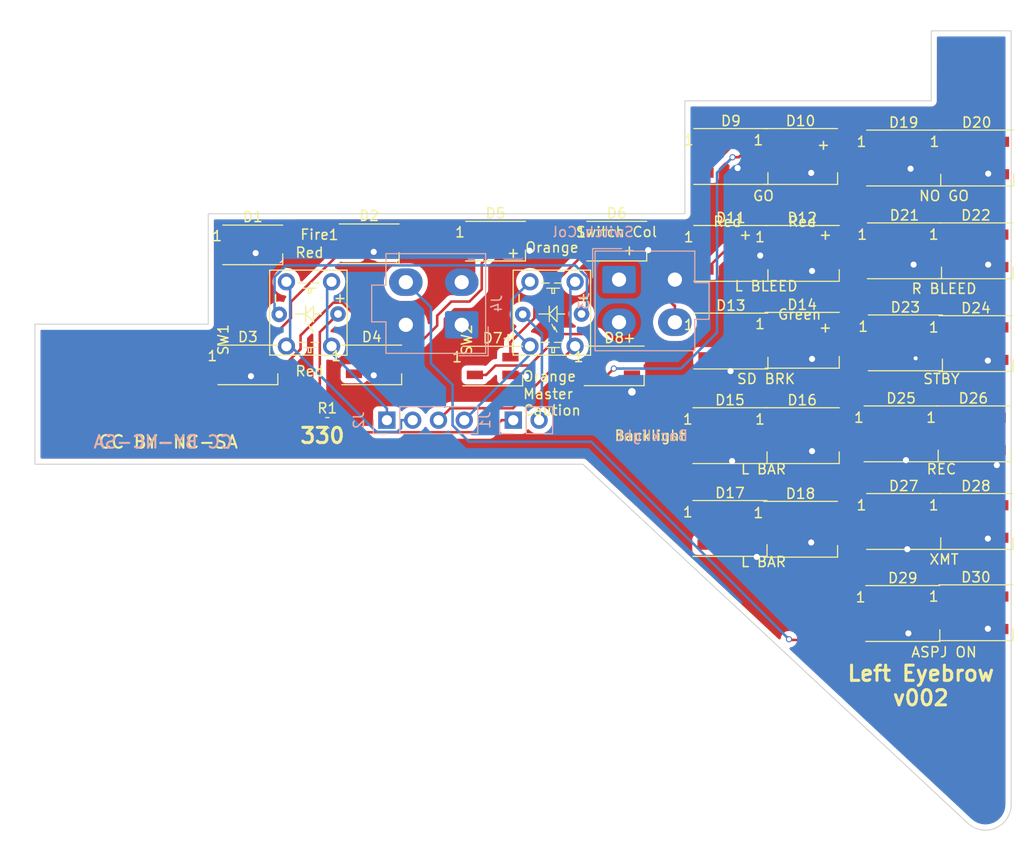
<source format=kicad_pcb>
(kicad_pcb (version 20171130) (host pcbnew "(5.1.6)-1")
  (title_block (title "ABSIS NANO GENERAL I/O") (date 2017-12-26) (rev -) (company "F/A-18C SIMPIT") (comment 1 "JOHN STEENSEN"))
  (layers (0 F.Cu signal) (31 B.Cu signal) (34 B.Paste user) (35 F.Paste user) (36 B.SilkS user) (37 F.SilkS user) (38 B.Mask user) (39 F.Mask user) (44 Edge.Cuts user))
  (net 0 "")
  (net 1 "Net-(J1-Pad2)")
  (net 2 "Net-(J1-Pad1)")
  (net 3 "Net-(R1-Pad2)")
  (net 4 "Net-(SW1-Pad6)")
  (net 5 /+5V)
  (net 6 "Net-(D1-Pad2)")
  (net 7 /DATAIN)
  (net 8 /LEDGND)
  (net 9 "Net-(D2-Pad2)")
  (net 10 "Net-(D3-Pad2)")
  (net 11 "Net-(D4-Pad2)")
  (net 12 "Net-(D5-Pad2)")
  (net 13 "Net-(D6-Pad2)")
  (net 14 "Net-(D7-Pad2)")
  (net 15 "Net-(D8-Pad2)")
  (net 16 "Net-(D10-Pad4)")
  (net 17 "Net-(D10-Pad2)")
  (net 18 "Net-(D11-Pad2)")
  (net 19 "Net-(D12-Pad2)")
  (net 20 "Net-(D13-Pad2)")
  (net 21 "Net-(D14-Pad2)")
  (net 22 "Net-(D15-Pad2)")
  (net 23 "Net-(D16-Pad2)")
  (net 24 "Net-(D17-Pad2)")
  (net 25 "Net-(D18-Pad2)")
  (net 26 "Net-(D19-Pad2)")
  (net 27 "Net-(D20-Pad2)")
  (net 28 "Net-(D21-Pad2)")
  (net 29 "Net-(D22-Pad2)")
  (net 30 "Net-(D23-Pad2)")
  (net 31 "Net-(D24-Pad2)")
  (net 32 "Net-(D25-Pad2)")
  (net 33 "Net-(D26-Pad2)")
  (net 34 "Net-(D27-Pad2)")
  (net 35 "Net-(D28-Pad2)")
  (net 36 "Net-(D29-Pad2)")
  (net 37 /DATAOUT)
  (net 38 "Net-(J2-Pad4)")
  (net 39 "Net-(J2-Pad3)")
  (net 40 "Net-(J2-Pad2)")
  (net 41 "Net-(J2-Pad1)")
  (module LED_SMD:LED_SK6812MINI_PLCC4_3.5x3.5mm_P1.75mm (layer F.Cu) (at 97.972 59.874)
    (fp_text reference D8 (at 0 -2.75) (layer F.SilkS))
    (fp_text value WS2812B)
    (fp_text user 1 (at -3.5 -0.875) (layer F.SilkS))
    (pad 1 smd rect (at -1.75 -0.875) (size 1.6 0.85) (layers F.Cu F.Paste F.Mask) (net 5 /+5V))
    (pad 2 smd rect (at -1.75 0.875) (size 1.6 0.85) (layers F.Cu F.Paste F.Mask) (net 15 "Net-(D8-Pad2)"))
    (pad 4 smd rect (at 1.75 -0.875) (size 1.6 0.85) (layers F.Cu F.Paste F.Mask) (net 14 "Net-(D7-Pad2)"))
    (pad 3 smd rect (at 1.75 0.875) (size 1.6 0.85) (layers F.Cu F.Paste F.Mask) (net 8 /LEDGND))
  )
  (module LED_SMD:LED_SK6812MINI_PLCC4_3.5x3.5mm_P1.75mm (layer F.Cu) (at 86.006 59.89)
    (fp_text reference D7 (at 0 -2.75) (layer F.SilkS))
    (fp_text value WS2812B)
    (fp_text user 1 (at -3.5 -0.875) (layer F.SilkS))
    (pad 1 smd rect (at -1.75 -0.875) (size 1.6 0.85) (layers F.Cu F.Paste F.Mask) (net 5 /+5V))
    (pad 2 smd rect (at -1.75 0.875) (size 1.6 0.85) (layers F.Cu F.Paste F.Mask) (net 14 "Net-(D7-Pad2)"))
    (pad 4 smd rect (at 1.75 -0.875) (size 1.6 0.85) (layers F.Cu F.Paste F.Mask) (net 13 "Net-(D6-Pad2)"))
    (pad 3 smd rect (at 1.75 0.875) (size 1.6 0.85) (layers F.Cu F.Paste F.Mask) (net 8 /LEDGND))
  )
  (module LED_SMD:LED_SK6812MINI_PLCC4_3.5x3.5mm_P1.75mm (layer F.Cu) (at 98.226 47.585)
    (fp_text reference D6 (at 0 -2.75) (layer F.SilkS))
    (fp_text value WS2812B)
    (fp_text user 1 (at -3.5 -0.875) (layer F.SilkS))
    (pad 1 smd rect (at -1.75 -0.875) (size 1.6 0.85) (layers F.Cu F.Paste F.Mask) (net 5 /+5V))
    (pad 2 smd rect (at -1.75 0.875) (size 1.6 0.85) (layers F.Cu F.Paste F.Mask) (net 13 "Net-(D6-Pad2)"))
    (pad 4 smd rect (at 1.75 -0.875) (size 1.6 0.85) (layers F.Cu F.Paste F.Mask) (net 12 "Net-(D5-Pad2)"))
    (pad 3 smd rect (at 1.75 0.875) (size 1.6 0.85) (layers F.Cu F.Paste F.Mask) (net 8 /LEDGND))
  )
  (module LED_SMD:LED_SK6812MINI_PLCC4_3.5x3.5mm_P1.75mm (layer F.Cu) (at 86.288 47.585)
    (fp_text reference D5 (at 0 -2.75) (layer F.SilkS))
    (fp_text value WS2812B)
    (fp_text user 1 (at -3.5 -0.875) (layer F.SilkS))
    (pad 1 smd rect (at -1.75 -0.875) (size 1.6 0.85) (layers F.Cu F.Paste F.Mask) (net 5 /+5V))
    (pad 2 smd rect (at -1.75 0.875) (size 1.6 0.85) (layers F.Cu F.Paste F.Mask) (net 12 "Net-(D5-Pad2)"))
    (pad 4 smd rect (at 1.75 -0.875) (size 1.6 0.85) (layers F.Cu F.Paste F.Mask) (net 11 "Net-(D4-Pad2)"))
    (pad 3 smd rect (at 1.75 0.875) (size 1.6 0.85) (layers F.Cu F.Paste F.Mask) (net 8 /LEDGND))
  )
  (module LED_SMD:LED_SK6812MINI_PLCC4_3.5x3.5mm_P1.75mm (layer F.Cu) (at 74.096 59.777)
    (fp_text reference D4 (at 0 -2.75) (layer F.SilkS))
    (fp_text value WS2812B)
    (fp_text user 1 (at -3.5 -0.875) (layer F.SilkS))
    (pad 1 smd rect (at -1.75 -0.875) (size 1.6 0.85) (layers F.Cu F.Paste F.Mask) (net 5 /+5V))
    (pad 2 smd rect (at -1.75 0.875) (size 1.6 0.85) (layers F.Cu F.Paste F.Mask) (net 11 "Net-(D4-Pad2)"))
    (pad 4 smd rect (at 1.75 -0.875) (size 1.6 0.85) (layers F.Cu F.Paste F.Mask) (net 10 "Net-(D3-Pad2)"))
    (pad 3 smd rect (at 1.75 0.875) (size 1.6 0.85) (layers F.Cu F.Paste F.Mask) (net 8 /LEDGND))
  )
  (module LED_SMD:LED_SK6812MINI_PLCC4_3.5x3.5mm_P1.75mm (layer F.Cu) (at 61.904 59.777)
    (fp_text reference D3 (at 0 -2.75) (layer F.SilkS))
    (fp_text value WS2812B)
    (fp_text user 1 (at -3.5 -0.875) (layer F.SilkS))
    (pad 1 smd rect (at -1.75 -0.875) (size 1.6 0.85) (layers F.Cu F.Paste F.Mask) (net 5 /+5V))
    (pad 2 smd rect (at -1.75 0.875) (size 1.6 0.85) (layers F.Cu F.Paste F.Mask) (net 10 "Net-(D3-Pad2)"))
    (pad 4 smd rect (at 1.75 -0.875) (size 1.6 0.85) (layers F.Cu F.Paste F.Mask) (net 9 "Net-(D2-Pad2)"))
    (pad 3 smd rect (at 1.75 0.875) (size 1.6 0.85) (layers F.Cu F.Paste F.Mask) (net 8 /LEDGND))
  )
  (module LED_SMD:LED_SK6812MINI_PLCC4_3.5x3.5mm_P1.75mm (layer F.Cu) (at 73.842 47.839)
    (fp_text reference D2 (at 0 -2.75) (layer F.SilkS))
    (fp_text value WS2812B)
    (fp_text user 1 (at -3.5 -0.875) (layer F.SilkS))
    (pad 1 smd rect (at -1.75 -0.875) (size 1.6 0.85) (layers F.Cu F.Paste F.Mask) (net 5 /+5V))
    (pad 2 smd rect (at -1.75 0.875) (size 1.6 0.85) (layers F.Cu F.Paste F.Mask) (net 9 "Net-(D2-Pad2)"))
    (pad 4 smd rect (at 1.75 -0.875) (size 1.6 0.85) (layers F.Cu F.Paste F.Mask) (net 6 "Net-(D1-Pad2)"))
    (pad 3 smd rect (at 1.75 0.875) (size 1.6 0.85) (layers F.Cu F.Paste F.Mask) (net 8 /LEDGND))
  )
  (module LED_SMD:LED_SK6812MINI_PLCC4_3.5x3.5mm_P1.75mm (layer F.Cu) (at 62.384 47.952)
    (fp_text reference D1 (at 0 -2.75) (layer F.SilkS))
    (fp_text value WS2812B)
    (fp_text user 1 (at -3.5 -0.875) (layer F.SilkS))
    (pad 1 smd rect (at -1.75 -0.875) (size 1.6 0.85) (layers F.Cu F.Paste F.Mask) (net 5 /+5V))
    (pad 2 smd rect (at -1.75 0.875) (size 1.6 0.85) (layers F.Cu F.Paste F.Mask) (net 6 "Net-(D1-Pad2)"))
    (pad 4 smd rect (at 1.75 -0.875) (size 1.6 0.85) (layers F.Cu F.Paste F.Mask) (net 7 /DATAIN))
    (pad 3 smd rect (at 1.75 0.875) (size 1.6 0.85) (layers F.Cu F.Paste F.Mask) (net 8 /LEDGND))
  )
  (module Resistor_SMD:R_0603_1608Metric (layer F.Cu) (at 69.7245 65.478)
    (fp_text reference R1 (at 0 -1.43) (layer F.SilkS))
    (fp_text value 330)
    (pad 2 smd roundrect (at 0.7875 0) (size 0.875 0.95) (layers F.Cu F.Paste F.Mask) (net 3 "Net-(R1-Pad2)"))
    (pad 1 smd roundrect (at -0.7875 0) (size 0.875 0.95) (layers F.Cu F.Paste F.Mask) (net 2 "Net-(J1-Pad1)"))
  )
  (module Connector_PinSocket_2.54mm:PinSocket_1x04_P2.54mm_Vertical (layer B.Cu) (at 75.592 65.224 270)
    (fp_text reference J2 (at 0 2.77 270) (layer B.SilkS) (effects (justify mirror)))
    (fp_text value Conn_01x04_Female)
    (pad 4 thru_hole oval (at 0 -7.62 270) (size 1.7 1.7) (drill 1) (layers *.Cu *.Mask) (net 38 "Net-(J2-Pad4)"))
    (pad 3 thru_hole oval (at 0 -5.08 270) (size 1.7 1.7) (drill 1) (layers *.Cu *.Mask) (net 39 "Net-(J2-Pad3)"))
    (pad 2 thru_hole oval (at 0 -2.54 270) (size 1.7 1.7) (drill 1) (layers *.Cu *.Mask) (net 40 "Net-(J2-Pad2)"))
    (pad 1 thru_hole rect (at 0 0 270) (size 1.7 1.7) (drill 1) (layers *.Cu *.Mask) (net 41 "Net-(J2-Pad1)"))
  )
  (module LED_SMD:LED_WS2812B_PLCC4_5.0x5.0mm_P3.2mm (layer F.Cu) (at 133.594 84.198)
    (fp_text reference D30 (at 0 -3.5) (layer F.SilkS))
    (fp_text value WS2812B)
    (fp_text user 1 (at -4.15 -1.6) (layer F.SilkS))
    (pad 1 smd rect (at -2.45 -1.6) (size 1.5 1) (layers F.Cu F.Paste F.Mask) (net 5 /+5V))
    (pad 2 smd rect (at -2.45 1.6) (size 1.5 1) (layers F.Cu F.Paste F.Mask) (net 37 /DATAOUT))
    (pad 4 smd rect (at 2.45 -1.6) (size 1.5 1) (layers F.Cu F.Paste F.Mask) (net 36 "Net-(D29-Pad2)"))
    (pad 3 smd rect (at 2.45 1.6) (size 1.5 1) (layers F.Cu F.Paste F.Mask) (net 8 /LEDGND))
  )
  (module LED_SMD:LED_WS2812B_PLCC4_5.0x5.0mm_P3.2mm (layer F.Cu) (at 126.392 84.274)
    (fp_text reference D29 (at 0 -3.5) (layer F.SilkS))
    (fp_text value WS2812B)
    (fp_text user 1 (at -4.15 -1.6) (layer F.SilkS))
    (pad 1 smd rect (at -2.45 -1.6) (size 1.5 1) (layers F.Cu F.Paste F.Mask) (net 5 /+5V))
    (pad 2 smd rect (at -2.45 1.6) (size 1.5 1) (layers F.Cu F.Paste F.Mask) (net 36 "Net-(D29-Pad2)"))
    (pad 4 smd rect (at 2.45 -1.6) (size 1.5 1) (layers F.Cu F.Paste F.Mask) (net 35 "Net-(D28-Pad2)"))
    (pad 3 smd rect (at 2.45 1.6) (size 1.5 1) (layers F.Cu F.Paste F.Mask) (net 8 /LEDGND))
  )
  (module LED_SMD:LED_WS2812B_PLCC4_5.0x5.0mm_P3.2mm (layer F.Cu) (at 133.594 75.206)
    (fp_text reference D28 (at 0 -3.5) (layer F.SilkS))
    (fp_text value WS2812B)
    (fp_text user 1 (at -4.15 -1.6) (layer F.SilkS))
    (pad 1 smd rect (at -2.45 -1.6) (size 1.5 1) (layers F.Cu F.Paste F.Mask) (net 5 /+5V))
    (pad 2 smd rect (at -2.45 1.6) (size 1.5 1) (layers F.Cu F.Paste F.Mask) (net 35 "Net-(D28-Pad2)"))
    (pad 4 smd rect (at 2.45 -1.6) (size 1.5 1) (layers F.Cu F.Paste F.Mask) (net 34 "Net-(D27-Pad2)"))
    (pad 3 smd rect (at 2.45 1.6) (size 1.5 1) (layers F.Cu F.Paste F.Mask) (net 8 /LEDGND))
  )
  (module LED_SMD:LED_WS2812B_PLCC4_5.0x5.0mm_P3.2mm (layer F.Cu) (at 126.482 75.206)
    (fp_text reference D27 (at 0 -3.5) (layer F.SilkS))
    (fp_text value WS2812B)
    (fp_text user 1 (at -4.15 -1.6) (layer F.SilkS))
    (pad 1 smd rect (at -2.45 -1.6) (size 1.5 1) (layers F.Cu F.Paste F.Mask) (net 5 /+5V))
    (pad 2 smd rect (at -2.45 1.6) (size 1.5 1) (layers F.Cu F.Paste F.Mask) (net 34 "Net-(D27-Pad2)"))
    (pad 4 smd rect (at 2.45 -1.6) (size 1.5 1) (layers F.Cu F.Paste F.Mask) (net 33 "Net-(D26-Pad2)"))
    (pad 3 smd rect (at 2.45 1.6) (size 1.5 1) (layers F.Cu F.Paste F.Mask) (net 8 /LEDGND))
  )
  (module LED_SMD:LED_WS2812B_PLCC4_5.0x5.0mm_P3.2mm (layer F.Cu) (at 133.34 66.57)
    (fp_text reference D26 (at 0 -3.5) (layer F.SilkS))
    (fp_text value WS2812B)
    (fp_text user 1 (at -4.15 -1.6) (layer F.SilkS))
    (pad 1 smd rect (at -2.45 -1.6) (size 1.5 1) (layers F.Cu F.Paste F.Mask) (net 5 /+5V))
    (pad 2 smd rect (at -2.45 1.6) (size 1.5 1) (layers F.Cu F.Paste F.Mask) (net 33 "Net-(D26-Pad2)"))
    (pad 4 smd rect (at 2.45 -1.6) (size 1.5 1) (layers F.Cu F.Paste F.Mask) (net 32 "Net-(D25-Pad2)"))
    (pad 3 smd rect (at 2.45 1.6) (size 1.5 1) (layers F.Cu F.Paste F.Mask) (net 8 /LEDGND))
  )
  (module LED_SMD:LED_WS2812B_PLCC4_5.0x5.0mm_P3.2mm (layer F.Cu) (at 126.228 66.57)
    (fp_text reference D25 (at 0 -3.5) (layer F.SilkS))
    (fp_text value WS2812B)
    (fp_text user 1 (at -4.15 -1.6) (layer F.SilkS))
    (pad 1 smd rect (at -2.45 -1.6) (size 1.5 1) (layers F.Cu F.Paste F.Mask) (net 5 /+5V))
    (pad 2 smd rect (at -2.45 1.6) (size 1.5 1) (layers F.Cu F.Paste F.Mask) (net 32 "Net-(D25-Pad2)"))
    (pad 4 smd rect (at 2.45 -1.6) (size 1.5 1) (layers F.Cu F.Paste F.Mask) (net 31 "Net-(D24-Pad2)"))
    (pad 3 smd rect (at 2.45 1.6) (size 1.5 1) (layers F.Cu F.Paste F.Mask) (net 8 /LEDGND))
  )
  (module LED_SMD:LED_WS2812B_PLCC4_5.0x5.0mm_P3.2mm (layer F.Cu) (at 133.594 57.68)
    (fp_text reference D24 (at 0 -3.5) (layer F.SilkS))
    (fp_text value WS2812B)
    (fp_text user 1 (at -4.15 -1.6) (layer F.SilkS))
    (pad 1 smd rect (at -2.45 -1.6) (size 1.5 1) (layers F.Cu F.Paste F.Mask) (net 5 /+5V))
    (pad 2 smd rect (at -2.45 1.6) (size 1.5 1) (layers F.Cu F.Paste F.Mask) (net 31 "Net-(D24-Pad2)"))
    (pad 4 smd rect (at 2.45 -1.6) (size 1.5 1) (layers F.Cu F.Paste F.Mask) (net 30 "Net-(D23-Pad2)"))
    (pad 3 smd rect (at 2.45 1.6) (size 1.5 1) (layers F.Cu F.Paste F.Mask) (net 8 /LEDGND))
  )
  (module LED_SMD:LED_WS2812B_PLCC4_5.0x5.0mm_P3.2mm (layer F.Cu) (at 126.646 57.604)
    (fp_text reference D23 (at 0 -3.5) (layer F.SilkS))
    (fp_text value WS2812B)
    (fp_text user 1 (at -4.15 -1.6) (layer F.SilkS))
    (pad 1 smd rect (at -2.45 -1.6) (size 1.5 1) (layers F.Cu F.Paste F.Mask) (net 5 /+5V))
    (pad 2 smd rect (at -2.45 1.6) (size 1.5 1) (layers F.Cu F.Paste F.Mask) (net 30 "Net-(D23-Pad2)"))
    (pad 4 smd rect (at 2.45 -1.6) (size 1.5 1) (layers F.Cu F.Paste F.Mask) (net 29 "Net-(D22-Pad2)"))
    (pad 3 smd rect (at 2.45 1.6) (size 1.5 1) (layers F.Cu F.Paste F.Mask) (net 8 /LEDGND))
  )
  (module LED_SMD:LED_WS2812B_PLCC4_5.0x5.0mm_P3.2mm (layer F.Cu) (at 133.594 48.536)
    (fp_text reference D22 (at 0 -3.5) (layer F.SilkS))
    (fp_text value WS2812B)
    (fp_text user 1 (at -4.15 -1.6) (layer F.SilkS))
    (pad 1 smd rect (at -2.45 -1.6) (size 1.5 1) (layers F.Cu F.Paste F.Mask) (net 5 /+5V))
    (pad 2 smd rect (at -2.45 1.6) (size 1.5 1) (layers F.Cu F.Paste F.Mask) (net 29 "Net-(D22-Pad2)"))
    (pad 4 smd rect (at 2.45 -1.6) (size 1.5 1) (layers F.Cu F.Paste F.Mask) (net 28 "Net-(D21-Pad2)"))
    (pad 3 smd rect (at 2.45 1.6) (size 1.5 1) (layers F.Cu F.Paste F.Mask) (net 8 /LEDGND))
  )
  (module LED_SMD:LED_WS2812B_PLCC4_5.0x5.0mm_P3.2mm (layer F.Cu) (at 126.556 48.536)
    (fp_text reference D21 (at 0 -3.5) (layer F.SilkS))
    (fp_text value WS2812B)
    (fp_text user 1 (at -4.15 -1.6) (layer F.SilkS))
    (pad 1 smd rect (at -2.45 -1.6) (size 1.5 1) (layers F.Cu F.Paste F.Mask) (net 5 /+5V))
    (pad 2 smd rect (at -2.45 1.6) (size 1.5 1) (layers F.Cu F.Paste F.Mask) (net 28 "Net-(D21-Pad2)"))
    (pad 4 smd rect (at 2.45 -1.6) (size 1.5 1) (layers F.Cu F.Paste F.Mask) (net 27 "Net-(D20-Pad2)"))
    (pad 3 smd rect (at 2.45 1.6) (size 1.5 1) (layers F.Cu F.Paste F.Mask) (net 8 /LEDGND))
  )
  (module LED_SMD:LED_WS2812B_PLCC4_5.0x5.0mm_P3.2mm (layer F.Cu) (at 133.668 39.392)
    (fp_text reference D20 (at 0 -3.5) (layer F.SilkS))
    (fp_text value WS2812B)
    (fp_text user 1 (at -4.15 -1.6) (layer F.SilkS))
    (pad 1 smd rect (at -2.45 -1.6) (size 1.5 1) (layers F.Cu F.Paste F.Mask) (net 5 /+5V))
    (pad 2 smd rect (at -2.45 1.6) (size 1.5 1) (layers F.Cu F.Paste F.Mask) (net 27 "Net-(D20-Pad2)"))
    (pad 4 smd rect (at 2.45 -1.6) (size 1.5 1) (layers F.Cu F.Paste F.Mask) (net 26 "Net-(D19-Pad2)"))
    (pad 3 smd rect (at 2.45 1.6) (size 1.5 1) (layers F.Cu F.Paste F.Mask) (net 8 /LEDGND))
  )
  (module LED_SMD:LED_WS2812B_PLCC4_5.0x5.0mm_P3.2mm (layer F.Cu) (at 126.482 39.392)
    (fp_text reference D19 (at 0 -3.5) (layer F.SilkS))
    (fp_text value WS2812B)
    (fp_text user 1 (at -4.15 -1.6) (layer F.SilkS))
    (pad 1 smd rect (at -2.45 -1.6) (size 1.5 1) (layers F.Cu F.Paste F.Mask) (net 5 /+5V))
    (pad 2 smd rect (at -2.45 1.6) (size 1.5 1) (layers F.Cu F.Paste F.Mask) (net 26 "Net-(D19-Pad2)"))
    (pad 4 smd rect (at 2.45 -1.6) (size 1.5 1) (layers F.Cu F.Paste F.Mask) (net 25 "Net-(D18-Pad2)"))
    (pad 3 smd rect (at 2.45 1.6) (size 1.5 1) (layers F.Cu F.Paste F.Mask) (net 8 /LEDGND))
  )
  (module LED_SMD:LED_WS2812B_PLCC4_5.0x5.0mm_P3.2mm (layer F.Cu) (at 116.322 75.968)
    (fp_text reference D18 (at 0 -3.5) (layer F.SilkS))
    (fp_text value WS2812B)
    (fp_text user 1 (at -4.15 -1.6) (layer F.SilkS))
    (pad 1 smd rect (at -2.45 -1.6) (size 1.5 1) (layers F.Cu F.Paste F.Mask) (net 5 /+5V))
    (pad 2 smd rect (at -2.45 1.6) (size 1.5 1) (layers F.Cu F.Paste F.Mask) (net 25 "Net-(D18-Pad2)"))
    (pad 4 smd rect (at 2.45 -1.6) (size 1.5 1) (layers F.Cu F.Paste F.Mask) (net 24 "Net-(D17-Pad2)"))
    (pad 3 smd rect (at 2.45 1.6) (size 1.5 1) (layers F.Cu F.Paste F.Mask) (net 8 /LEDGND))
  )
  (module LED_SMD:LED_WS2812B_PLCC4_5.0x5.0mm_P3.2mm (layer F.Cu) (at 109.374 75.892)
    (fp_text reference D17 (at 0 -3.5) (layer F.SilkS))
    (fp_text value WS2812B)
    (fp_text user 1 (at -4.15 -1.6) (layer F.SilkS))
    (pad 1 smd rect (at -2.45 -1.6) (size 1.5 1) (layers F.Cu F.Paste F.Mask) (net 5 /+5V))
    (pad 2 smd rect (at -2.45 1.6) (size 1.5 1) (layers F.Cu F.Paste F.Mask) (net 24 "Net-(D17-Pad2)"))
    (pad 4 smd rect (at 2.45 -1.6) (size 1.5 1) (layers F.Cu F.Paste F.Mask) (net 23 "Net-(D16-Pad2)"))
    (pad 3 smd rect (at 2.45 1.6) (size 1.5 1) (layers F.Cu F.Paste F.Mask) (net 8 /LEDGND))
  )
  (module LED_SMD:LED_WS2812B_PLCC4_5.0x5.0mm_P3.2mm (layer F.Cu) (at 116.486 66.748)
    (fp_text reference D16 (at 0 -3.5) (layer F.SilkS))
    (fp_text value WS2812B)
    (fp_text user 1 (at -4.15 -1.6) (layer F.SilkS))
    (pad 1 smd rect (at -2.45 -1.6) (size 1.5 1) (layers F.Cu F.Paste F.Mask) (net 5 /+5V))
    (pad 2 smd rect (at -2.45 1.6) (size 1.5 1) (layers F.Cu F.Paste F.Mask) (net 23 "Net-(D16-Pad2)"))
    (pad 4 smd rect (at 2.45 -1.6) (size 1.5 1) (layers F.Cu F.Paste F.Mask) (net 22 "Net-(D15-Pad2)"))
    (pad 3 smd rect (at 2.45 1.6) (size 1.5 1) (layers F.Cu F.Paste F.Mask) (net 8 /LEDGND))
  )
  (module LED_SMD:LED_WS2812B_PLCC4_5.0x5.0mm_P3.2mm (layer F.Cu) (at 109.374 66.748)
    (fp_text reference D15 (at 0 -3.5) (layer F.SilkS))
    (fp_text value WS2812B)
    (fp_text user 1 (at -4.15 -1.6) (layer F.SilkS))
    (pad 1 smd rect (at -2.45 -1.6) (size 1.5 1) (layers F.Cu F.Paste F.Mask) (net 5 /+5V))
    (pad 2 smd rect (at -2.45 1.6) (size 1.5 1) (layers F.Cu F.Paste F.Mask) (net 22 "Net-(D15-Pad2)"))
    (pad 4 smd rect (at 2.45 -1.6) (size 1.5 1) (layers F.Cu F.Paste F.Mask) (net 21 "Net-(D14-Pad2)"))
    (pad 3 smd rect (at 2.45 1.6) (size 1.5 1) (layers F.Cu F.Paste F.Mask) (net 8 /LEDGND))
  )
  (module LED_SMD:LED_WS2812B_PLCC4_5.0x5.0mm_P3.2mm (layer F.Cu) (at 116.486 57.35)
    (fp_text reference D14 (at 0 -3.5) (layer F.SilkS))
    (fp_text value WS2812B)
    (fp_text user 1 (at -4.15 -1.6) (layer F.SilkS))
    (pad 1 smd rect (at -2.45 -1.6) (size 1.5 1) (layers F.Cu F.Paste F.Mask) (net 5 /+5V))
    (pad 2 smd rect (at -2.45 1.6) (size 1.5 1) (layers F.Cu F.Paste F.Mask) (net 21 "Net-(D14-Pad2)"))
    (pad 4 smd rect (at 2.45 -1.6) (size 1.5 1) (layers F.Cu F.Paste F.Mask) (net 20 "Net-(D13-Pad2)"))
    (pad 3 smd rect (at 2.45 1.6) (size 1.5 1) (layers F.Cu F.Paste F.Mask) (net 8 /LEDGND))
  )
  (module LED_SMD:LED_WS2812B_PLCC4_5.0x5.0mm_P3.2mm (layer F.Cu) (at 109.464 57.426)
    (fp_text reference D13 (at 0 -3.5) (layer F.SilkS))
    (fp_text value WS2812B)
    (fp_text user 1 (at -4.15 -1.6) (layer F.SilkS))
    (pad 1 smd rect (at -2.45 -1.6) (size 1.5 1) (layers F.Cu F.Paste F.Mask) (net 5 /+5V))
    (pad 2 smd rect (at -2.45 1.6) (size 1.5 1) (layers F.Cu F.Paste F.Mask) (net 20 "Net-(D13-Pad2)"))
    (pad 4 smd rect (at 2.45 -1.6) (size 1.5 1) (layers F.Cu F.Paste F.Mask) (net 19 "Net-(D12-Pad2)"))
    (pad 3 smd rect (at 2.45 1.6) (size 1.5 1) (layers F.Cu F.Paste F.Mask) (net 8 /LEDGND))
  )
  (module LED_SMD:LED_WS2812B_PLCC4_5.0x5.0mm_P3.2mm (layer F.Cu) (at 116.486 48.79)
    (fp_text reference D12 (at 0 -3.5) (layer F.SilkS))
    (fp_text value WS2812B)
    (fp_text user 1 (at -4.15 -1.6) (layer F.SilkS))
    (pad 1 smd rect (at -2.45 -1.6) (size 1.5 1) (layers F.Cu F.Paste F.Mask) (net 5 /+5V))
    (pad 2 smd rect (at -2.45 1.6) (size 1.5 1) (layers F.Cu F.Paste F.Mask) (net 19 "Net-(D12-Pad2)"))
    (pad 4 smd rect (at 2.45 -1.6) (size 1.5 1) (layers F.Cu F.Paste F.Mask) (net 18 "Net-(D11-Pad2)"))
    (pad 3 smd rect (at 2.45 1.6) (size 1.5 1) (layers F.Cu F.Paste F.Mask) (net 8 /LEDGND))
  )
  (module LED_SMD:LED_WS2812B_PLCC4_5.0x5.0mm_P3.2mm (layer F.Cu) (at 109.464 48.79)
    (fp_text reference D11 (at 0 -3.5) (layer F.SilkS))
    (fp_text value WS2812B)
    (fp_text user 1 (at -4.15 -1.6) (layer F.SilkS))
    (pad 1 smd rect (at -2.45 -1.6) (size 1.5 1) (layers F.Cu F.Paste F.Mask) (net 5 /+5V))
    (pad 2 smd rect (at -2.45 1.6) (size 1.5 1) (layers F.Cu F.Paste F.Mask) (net 18 "Net-(D11-Pad2)"))
    (pad 4 smd rect (at 2.45 -1.6) (size 1.5 1) (layers F.Cu F.Paste F.Mask) (net 17 "Net-(D10-Pad2)"))
    (pad 3 smd rect (at 2.45 1.6) (size 1.5 1) (layers F.Cu F.Paste F.Mask) (net 8 /LEDGND))
  )
  (module LED_SMD:LED_WS2812B_PLCC4_5.0x5.0mm_P3.2mm (layer F.Cu) (at 116.322 39.24)
    (fp_text reference D10 (at 0 -3.5) (layer F.SilkS))
    (fp_text value WS2812B)
    (fp_text user 1 (at -4.15 -1.6) (layer F.SilkS))
    (pad 1 smd rect (at -2.45 -1.6) (size 1.5 1) (layers F.Cu F.Paste F.Mask) (net 5 /+5V))
    (pad 2 smd rect (at -2.45 1.6) (size 1.5 1) (layers F.Cu F.Paste F.Mask) (net 17 "Net-(D10-Pad2)"))
    (pad 4 smd rect (at 2.45 -1.6) (size 1.5 1) (layers F.Cu F.Paste F.Mask) (net 16 "Net-(D10-Pad4)"))
    (pad 3 smd rect (at 2.45 1.6) (size 1.5 1) (layers F.Cu F.Paste F.Mask) (net 8 /LEDGND))
  )
  (module LED_SMD:LED_WS2812B_PLCC4_5.0x5.0mm_P3.2mm (layer F.Cu) (at 109.464 39.24)
    (fp_text reference D9 (at 0 -3.5) (layer F.SilkS))
    (fp_text value WS2812B)
    (fp_text user 1 (at -4.15 -1.6) (layer F.SilkS))
    (pad 1 smd rect (at -2.45 -1.6) (size 1.5 1) (layers F.Cu F.Paste F.Mask) (net 5 /+5V))
    (pad 2 smd rect (at -2.45 1.6) (size 1.5 1) (layers F.Cu F.Paste F.Mask) (net 16 "Net-(D10-Pad4)"))
    (pad 4 smd rect (at 2.45 -1.6) (size 1.5 1) (layers F.Cu F.Paste F.Mask) (net 15 "Net-(D8-Pad2)"))
    (pad 3 smd rect (at 2.45 1.6) (size 1.5 1) (layers F.Cu F.Paste F.Mask) (net 8 /LEDGND))
  )
  (module PT_Library_v001:PT_Small_Tactile_Switch_With_LED (layer F.Cu) (at 91.8369 54.7589 270)
    (fp_text reference SW2 (at 2.54 8.374 90) (layer F.SilkS))
    (fp_text value "OUT SWTCH")
    (fp_text user - (at -1.524 3.302 90) (layer F.SilkS))
    (fp_text user + (at -1.524 -3.048 90) (layer F.SilkS))
    (pad 6 thru_hole circle (at 0.04 2.87 270) (size 1.524 1.524) (drill 0.762) (layers *.Cu *.Mask) (net 1 "Net-(J1-Pad2)"))
    (pad 5 thru_hole circle (at 0 -2.921 270) (size 1.524 1.524) (drill 0.762) (layers *.Cu *.Mask) (net 4 "Net-(SW1-Pad6)"))
    (pad 4 thru_hole circle (at 3.175 2.159 270) (size 1.7 1.7) (drill 1) (layers *.Cu *.Mask) (net 38 "Net-(J2-Pad4)"))
    (pad 3 thru_hole circle (at -3.175 2.159 270) (size 1.7 1.7) (drill 1) (layers *.Cu *.Mask) (net 38 "Net-(J2-Pad4)"))
    (pad 2 thru_hole circle (at 3.175 -2.286 270) (size 1.7 1.7) (drill 1) (layers *.Cu *.Mask) (net 39 "Net-(J2-Pad3)"))
    (pad 1 thru_hole circle (at -3.175 -2.286 270) (size 1.7 1.7) (drill 1) (layers *.Cu *.Mask) (net 39 "Net-(J2-Pad3)"))
  )
  (module PT_Library_v001:PT_Small_Tactile_Switch_With_LED (layer F.Cu) (at 67.8569 54.7589 270)
    (fp_text reference SW1 (at 2.54 8.374 90) (layer F.SilkS))
    (fp_text value "IN SWTCH")
    (fp_text user - (at -1.524 3.302 90) (layer F.SilkS))
    (fp_text user + (at -1.524 -3.048 90) (layer F.SilkS))
    (pad 6 thru_hole circle (at 0.04 2.87 270) (size 1.524 1.524) (drill 0.762) (layers *.Cu *.Mask) (net 4 "Net-(SW1-Pad6)"))
    (pad 5 thru_hole circle (at 0 -2.921 270) (size 1.524 1.524) (drill 0.762) (layers *.Cu *.Mask) (net 3 "Net-(R1-Pad2)"))
    (pad 4 thru_hole circle (at 3.175 2.159 270) (size 1.7 1.7) (drill 1) (layers *.Cu *.Mask) (net 40 "Net-(J2-Pad2)"))
    (pad 3 thru_hole circle (at -3.175 2.159 270) (size 1.7 1.7) (drill 1) (layers *.Cu *.Mask) (net 40 "Net-(J2-Pad2)"))
    (pad 2 thru_hole circle (at 3.175 -2.286 270) (size 1.7 1.7) (drill 1) (layers *.Cu *.Mask) (net 41 "Net-(J2-Pad1)"))
    (pad 1 thru_hole circle (at -3.175 -2.286 270) (size 1.7 1.7) (drill 1) (layers *.Cu *.Mask) (net 41 "Net-(J2-Pad1)"))
  )
  (module Connector_PinSocket_2.54mm:PinSocket_1x02_P2.54mm_Vertical (layer B.Cu) (at 88.038 65.224 270)
    (fp_text reference J1 (at 0 2.77 90) (layer B.SilkS) (effects (justify mirror)))
    (fp_text value Backlight)
    (pad 1 thru_hole rect (at 0 0 270) (size 1.7 1.7) (drill 1) (layers *.Cu *.Mask) (net 2 "Net-(J1-Pad1)"))
    (pad 2 thru_hole oval (at 0 -2.54 270) (size 1.7 1.7) (drill 1) (layers *.Cu *.Mask) (net 1 "Net-(J1-Pad2)"))
  )
  (module Connector_Molex:Molex_Mini-Fit_Jr_5566-04A_2x02_P4.20mm_Vertical (layer B.Cu) (at 98.452 51.372 270)
    (fp_text reference J3 (at 2.1 3.45 90) (layer B.SilkS) (effects (justify mirror)))
    (fp_text value Conn_01x04_Female)
    (pad 1 thru_hole roundrect (at 0 0 270) (size 2.7 3.3) (drill 1.4) (layers *.Cu *.Mask) (roundrect_rratio 0.09259299999999999) (net 5 /+5V))
    (pad 2 thru_hole oval (at 4.2 0 270) (size 2.7 3.3) (drill 1.4) (layers *.Cu *.Mask) (net 5 /+5V))
    (pad 3 thru_hole oval (at 0 -5.5 270) (size 2.7 3.3) (drill 1.4) (layers *.Cu *.Mask) (net 8 /LEDGND))
    (pad 4 thru_hole oval (at 4.2 -5.5 270) (size 2.7 3.3) (drill 1.4) (layers *.Cu *.Mask) (net 7 /DATAIN))
  )
  (module Connector_Molex:Molex_Mini-Fit_Jr_5566-04A_2x02_P4.20mm_Vertical (layer B.Cu) (at 82.958 55.826 90)
    (fp_text reference J4 (at 2.1 3.45 90) (layer B.SilkS) (effects (justify mirror)))
    (fp_text value Conn_01x04_Female)
    (pad 4 thru_hole oval (at 4.2 -5.5 90) (size 2.7 3.3) (drill 1.4) (layers *.Cu *.Mask) (net 37 /DATAOUT))
    (pad 3 thru_hole oval (at 0 -5.5 90) (size 2.7 3.3) (drill 1.4) (layers *.Cu *.Mask) (net 8 /LEDGND))
    (pad 2 thru_hole oval (at 4.2 0 90) (size 2.7 3.3) (drill 1.4) (layers *.Cu *.Mask) (net 5 /+5V))
    (pad 1 thru_hole roundrect (at 0 0 90) (size 2.7 3.3) (drill 1.4) (layers *.Cu *.Mask) (roundrect_rratio 0.09259299999999999) (net 5 /+5V))
  )
  (gr_text "Left Eyebrow\nv002\n" (at 128.17 91.386) (layer F.SilkS) (effects (font (size 1.5 1.5) (thickness 0.3))))
  (gr_text Backlight (at 101.754 66.748) (layer B.SilkS) (effects (font (size 1 1)) (justify mirror)))
  (gr_text + (at 88.038 48.714) (layer F.SilkS) (effects (font (size 1 1))))
  (gr_text + (at 87.53 57.096) (layer F.SilkS) (effects (font (size 1 1))))
  (gr_text + (at 99.468 57.096) (layer F.SilkS) (effects (font (size 1 1))))
  (gr_text + (at 99.468 48.46) (layer F.SilkS) (effects (font (size 1 1))))
  (gr_text + (at 118.580608 38.072565) (layer F.SilkS) (effects (font (size 1 1))))
  (gr_text + (at 118.772 46.936) (layer F.SilkS) (effects (font (size 1 1))))
  (gr_text + (at 110.898 46.936) (layer F.SilkS) (effects (font (size 1 1))))
  (gr_text + (at 118.772 56.08) (layer F.SilkS) (effects (font (size 1 1))))
  (gr_text "L BAR" (at 112.676 79.194) (layer F.SilkS) (effects (font (size 1 1))))
  (gr_text "ASPJ ON" (at 130.456 88.084) (layer F.SilkS) (effects (font (size 1 1))))
  (gr_text XMT (at 130.456 78.94) (layer F.SilkS) (effects (font (size 1 1))))
  (gr_text REC (at 130.202 70.05) (layer F.SilkS) (effects (font (size 1 1))))
  (gr_text "L BAR" (at 112.676 70.05) (layer F.SilkS) (effects (font (size 1 1))))
  (gr_text "SD BRK" (at 112.93 61.16) (layer F.SilkS) (effects (font (size 1 1))))
  (gr_text STBY (at 130.202 61.16) (layer F.SilkS) (effects (font (size 1 1))))
  (gr_text "L BLEED" (at 112.93 52.016) (layer F.SilkS) (effects (font (size 1 1))))
  (gr_text "R BLEED" (at 130.456 52.27) (layer F.SilkS) (effects (font (size 1 1))))
  (gr_text "NO GO" (at 130.456 43.126) (layer F.SilkS) (effects (font (size 1 1))))
  (gr_text GO (at 112.676 43.126) (layer F.SilkS) (effects (font (size 1 1))))
  (gr_text Green (at 116.232 54.81) (layer F.SilkS) (effects (font (size 1 1))))
  (gr_text Red (at 116.486 45.666) (layer F.SilkS) (effects (font (size 1 1))))
  (gr_text Red (at 109.12 45.666) (layer F.SilkS) (effects (font (size 1 1))))
  (gr_text Orange (at 91.594 60.906) (layer F.SilkS) (effects (font (size 1 1))))
  (gr_text Orange (at 91.848 48.206) (layer F.SilkS) (effects (font (size 1 1))))
  (gr_text "Master \nCaution" (at 91.848 63.446) (layer F.SilkS) (effects (font (size 1 1))))
  (gr_text Fire (at 68.48 46.936) (layer F.SilkS) (effects (font (size 1 1))))
  (gr_text Red (at 67.972 60.398) (layer F.SilkS) (effects (font (size 1 1))))
  (gr_text Red (at 67.972 48.714) (layer F.SilkS) (effects (font (size 1 1))))
  (gr_text "Switch Col" (at 95.912 46.682) (layer B.SilkS) (effects (font (size 1 1)) (justify mirror)))
  (gr_text "Switch Col" (at 98.198 46.682) (layer F.SilkS) (effects (font (size 1 1))))
  (gr_text Backlight (at 101.5 66.748) (layer F.SilkS) (effects (font (size 1 1))))
  (gr_text 330 (at 69.242 66.748) (layer F.SilkS) (effects (font (size 1.5 1.5) (thickness 0.3))))
  (gr_text "CC BY-NC-SA" (at 54.06 67.37) (layer F.SilkS) (effects (font (size 1.25 1.25) (thickness 0.2))))
  (gr_text "CC BY-NC-SA" (at 53.56 67.37) (layer B.SilkS) (effects (font (size 1.25 1.25) (thickness 0.2)) (justify mirror)))
  (gr_line (start 40.92735 55.76) (end 58 55.76) (layer Edge.Cuts) (width 0.1))
  (gr_line (start 40.92735 55.76) (end 40.92735 69.560778) (layer Edge.Cuts) (width 0.1))
  (gr_line (start 58.103042 44.878328) (end 104.93535 44.878328) (layer Edge.Cuts) (width 0.1))
  (gr_line (start 94.883628 69.560778) (end 132.793454 104.935935) (layer Edge.Cuts) (width 0.1))
  (gr_line (start 129.2 26.86) (end 129.19235 33.76) (layer Edge.Cuts) (width 0.1))
  (gr_arc (start 134.52635 103.078875) (end 132.793454 104.935935) (angle -133.0191311) (layer Edge.Cuts) (width 0.1))
  (gr_line (start 104.93535 44.878328) (end 104.93 33.76) (layer Edge.Cuts) (width 0.1))
  (gr_line (start 129.19235 33.76) (end 104.93 33.76) (layer Edge.Cuts) (width 0.1))
  (gr_line (start 137.06635 103.078875) (end 137.06635 26.857028) (layer Edge.Cuts) (width 0.1))
  (gr_line (start 137.06635 26.857028) (end 129.2 26.86) (layer Edge.Cuts) (width 0.1))
  (gr_line (start 40.92735 69.560778) (end 94.883628 69.560778) (layer Edge.Cuts) (width 0.1))
  (gr_line (start 58.103042 44.878328) (end 58 44.934211) (layer Edge.Cuts) (width 0.1))
  (gr_line (start 58 55.76) (end 58 44.934211) (layer Edge.Cuts) (width 0.1))
  (segment (start 90.578 65.224) (end 90.578 64.0709) (width 0.25) (layer B.Cu) (net 1))
  (segment (start 90.578 64.0709) (end 90.856 63.7929) (width 0.25) (layer B.Cu) (net 1))
  (segment (start 90.856 63.7929) (end 90.856 56.688) (width 0.25) (layer B.Cu) (net 1))
  (segment (start 90.856 56.688) (end 88.9669 54.7989) (width 0.25) (layer B.Cu) (net 1))
  (segment (start 88.038 65.224) (end 86.8849 65.224) (width 0.25) (layer F.Cu) (net 2))
  (segment (start 86.8849 65.224) (end 85.6921 66.4168) (width 0.25) (layer F.Cu) (net 2))
  (segment (start 85.6921 66.4168) (end 69.8758 66.4168) (width 0.25) (layer F.Cu) (net 2))
  (segment (start 69.8758 66.4168) (end 68.937 65.478) (width 0.25) (layer F.Cu) (net 2))
  (segment (start 70.7779 54.7589) (end 68.985 56.5518) (width 0.25) (layer F.Cu) (net 3))
  (segment (start 68.985 56.5518) (end 68.985 63.951) (width 0.25) (layer F.Cu) (net 3))
  (segment (start 68.985 63.951) (end 70.512 65.478) (width 0.25) (layer F.Cu) (net 3))
  (segment (start 64.9869 54.7989) (end 64.5304 54.3424) (width 0.25) (layer B.Cu) (net 4))
  (segment (start 64.5304 54.3424) (end 64.5304 51.1063) (width 0.25) (layer B.Cu) (net 4))
  (segment (start 64.5304 51.1063) (end 65.6658 49.9709) (width 0.25) (layer B.Cu) (net 4))
  (segment (start 65.6658 49.9709) (end 94.141 49.9709) (width 0.25) (layer B.Cu) (net 4))
  (segment (start 94.141 49.9709) (end 95.2917 51.1216) (width 0.25) (layer B.Cu) (net 4))
  (segment (start 95.2917 51.1216) (end 95.2917 54.2251) (width 0.25) (layer B.Cu) (net 4))
  (segment (start 95.2917 54.2251) (end 94.7579 54.7589) (width 0.25) (layer B.Cu) (net 4))
  (segment (start 98.452 48.175998) (end 98.452 51.372) (width 0.75) (layer F.Cu) (net 5))
  (segment (start 96.986002 46.71) (end 98.452 48.175998) (width 0.75) (layer F.Cu) (net 5))
  (segment (start 96.476 46.71) (end 96.986002 46.71) (width 0.75) (layer F.Cu) (net 5))
  (segment (start 75.592 46.964) (end 74.63081 46.00281) (width 0.25) (layer F.Cu) (net 6))
  (segment (start 61.384001 48.076999) (end 60.634 48.827) (width 0.25) (layer F.Cu) (net 6))
  (segment (start 65.561001 48.076999) (end 61.384001 48.076999) (width 0.25) (layer F.Cu) (net 6))
  (segment (start 67.63519 46.00281) (end 65.561001 48.076999) (width 0.25) (layer F.Cu) (net 6))
  (segment (start 74.63081 46.00281) (end 67.63519 46.00281) (width 0.25) (layer F.Cu) (net 6))
  (segment (start 101.9398 52.01) (end 101.9398 46.9904) (width 0.25) (layer F.Cu) (net 7))
  (segment (start 100.5022 45.5528) (end 66.7613 45.5528) (width 0.25) (layer F.Cu) (net 7))
  (segment (start 101.9398 46.9904) (end 100.5022 45.5528) (width 0.25) (layer F.Cu) (net 7))
  (segment (start 103.8487 53.9189) (end 101.9398 52.01) (width 0.25) (layer F.Cu) (net 7))
  (segment (start 103.952 53.9189) (end 103.8487 53.9189) (width 0.25) (layer F.Cu) (net 7))
  (segment (start 103.952 55.572) (end 103.952 53.9189) (width 0.25) (layer F.Cu) (net 7))
  (segment (start 65.2371 47.077) (end 66.7613 45.5528) (width 0.25) (layer F.Cu) (net 7))
  (segment (start 64.134 47.077) (end 65.2371 47.077) (width 0.25) (layer F.Cu) (net 7))
  (segment (start 111.914 40.84) (end 110.7359 40.84) (width 0.5) (layer F.Cu) (net 8))
  (segment (start 110.1284 40.383) (end 110.2789 40.383) (width 0.5) (layer F.Cu) (net 8))
  (segment (start 110.2789 40.383) (end 110.7359 40.84) (width 0.5) (layer F.Cu) (net 8))
  (segment (start 118.772 40.84) (end 117.5939 40.84) (width 0.5) (layer F.Cu) (net 8))
  (segment (start 117.3769 40.8595) (end 117.5744 40.8595) (width 0.5) (layer F.Cu) (net 8))
  (segment (start 117.5744 40.8595) (end 117.5939 40.84) (width 0.5) (layer F.Cu) (net 8))
  (segment (start 118.772 77.568) (end 117.5939 77.568) (width 0.5) (layer F.Cu) (net 8))
  (segment (start 117.3769 77.2705) (end 117.5939 77.4875) (width 0.5) (layer F.Cu) (net 8))
  (segment (start 117.5939 77.4875) (end 117.5939 77.568) (width 0.5) (layer F.Cu) (net 8))
  (segment (start 75.592 48.714) (end 74.3639 48.714) (width 0.5) (layer F.Cu) (net 8))
  (segment (start 74.2933 48.6381) (end 74.3639 48.7087) (width 0.5) (layer F.Cu) (net 8))
  (segment (start 74.3639 48.7087) (end 74.3639 48.714) (width 0.5) (layer F.Cu) (net 8))
  (segment (start 64.134 48.827) (end 62.9059 48.827) (width 0.5) (layer F.Cu) (net 8))
  (segment (start 62.6665 48.7587) (end 62.8376 48.7587) (width 0.5) (layer F.Cu) (net 8))
  (segment (start 62.8376 48.7587) (end 62.9059 48.827) (width 0.5) (layer F.Cu) (net 8))
  (segment (start 112.0075 78.6947) (end 111.824 78.5112) (width 0.5) (layer F.Cu) (net 8))
  (segment (start 111.824 78.5112) (end 111.824 77.492) (width 0.5) (layer F.Cu) (net 8))
  (segment (start 112.3526 49.004) (end 111.914 49.4426) (width 0.5) (layer F.Cu) (net 8))
  (segment (start 111.914 49.4426) (end 111.914 50.39) (width 0.5) (layer F.Cu) (net 8))
  (segment (start 99.976 48.46) (end 101.2041 48.46) (width 0.5) (layer F.Cu) (net 8))
  (segment (start 101.3237 48.4684) (end 101.2125 48.4684) (width 0.5) (layer F.Cu) (net 8))
  (segment (start 101.2125 48.4684) (end 101.2041 48.46) (width 0.5) (layer F.Cu) (net 8))
  (segment (start 128.932 40.992) (end 127.7539 40.992) (width 0.5) (layer F.Cu) (net 8))
  (segment (start 127.1622 40.4482) (end 127.2101 40.4482) (width 0.5) (layer F.Cu) (net 8))
  (segment (start 127.2101 40.4482) (end 127.7539 40.992) (width 0.5) (layer F.Cu) (net 8))
  (segment (start 128.842 85.874) (end 127.6639 85.874) (width 0.5) (layer F.Cu) (net 8))
  (segment (start 126.9457 86.2264) (end 127.3115 86.2264) (width 0.5) (layer F.Cu) (net 8))
  (segment (start 127.3115 86.2264) (end 127.6639 85.874) (width 0.5) (layer F.Cu) (net 8))
  (segment (start 111.824 68.348) (end 110.6459 68.348) (width 0.5) (layer F.Cu) (net 8))
  (segment (start 109.585 69.2493) (end 109.7446 69.2493) (width 0.5) (layer F.Cu) (net 8))
  (segment (start 109.7446 69.2493) (end 110.6459 68.348) (width 0.5) (layer F.Cu) (net 8))
  (segment (start 88.038 48.46) (end 89.2661 48.46) (width 0.5) (layer F.Cu) (net 8))
  (segment (start 89.6476 48.5296) (end 89.3357 48.5296) (width 0.5) (layer F.Cu) (net 8))
  (segment (start 89.3357 48.5296) (end 89.2661 48.46) (width 0.5) (layer F.Cu) (net 8))
  (segment (start 87.756 60.765) (end 88.9841 60.765) (width 0.5) (layer F.Cu) (net 8))
  (segment (start 89.2928 60.907) (end 89.1261 60.907) (width 0.5) (layer F.Cu) (net 8))
  (segment (start 89.1261 60.907) (end 88.9841 60.765) (width 0.5) (layer F.Cu) (net 8))
  (segment (start 63.654 60.652) (end 62.4259 60.652) (width 0.5) (layer F.Cu) (net 8))
  (segment (start 62.2025 60.8873) (end 62.4259 60.6639) (width 0.5) (layer F.Cu) (net 8))
  (segment (start 62.4259 60.6639) (end 62.4259 60.652) (width 0.5) (layer F.Cu) (net 8))
  (segment (start 75.846 60.652) (end 74.6179 60.652) (width 0.5) (layer F.Cu) (net 8))
  (segment (start 74.2972 60.8028) (end 74.4671 60.8028) (width 0.5) (layer F.Cu) (net 8))
  (segment (start 74.4671 60.8028) (end 74.6179 60.652) (width 0.5) (layer F.Cu) (net 8))
  (segment (start 136.044 85.798) (end 134.8659 85.798) (width 0.5) (layer F.Cu) (net 8))
  (segment (start 134.7711 85.7722) (end 134.8401 85.7722) (width 0.5) (layer F.Cu) (net 8))
  (segment (start 134.8401 85.7722) (end 134.8659 85.798) (width 0.5) (layer F.Cu) (net 8))
  (segment (start 136.044 76.806) (end 134.8659 76.806) (width 0.5) (layer F.Cu) (net 8))
  (segment (start 134.7711 76.8895) (end 134.7824 76.8895) (width 0.5) (layer F.Cu) (net 8))
  (segment (start 134.7824 76.8895) (end 134.8659 76.806) (width 0.5) (layer F.Cu) (net 8))
  (segment (start 136.044 59.28) (end 134.8659 59.28) (width 0.5) (layer F.Cu) (net 8))
  (segment (start 134.7711 59.353) (end 134.7929 59.353) (width 0.5) (layer F.Cu) (net 8))
  (segment (start 134.7929 59.353) (end 134.8659 59.28) (width 0.5) (layer F.Cu) (net 8))
  (segment (start 129.006 50.136) (end 127.8279 50.136) (width 0.5) (layer F.Cu) (net 8))
  (segment (start 127.4581 49.8942) (end 127.5861 49.8942) (width 0.5) (layer F.Cu) (net 8))
  (segment (start 127.5861 49.8942) (end 127.8279 50.136) (width 0.5) (layer F.Cu) (net 8))
  (segment (start 136.118 40.992) (end 134.9399 40.992) (width 0.5) (layer F.Cu) (net 8))
  (segment (start 134.8081 40.9355) (end 134.8834 40.9355) (width 0.5) (layer F.Cu) (net 8))
  (segment (start 134.8834 40.9355) (end 134.9399 40.992) (width 0.5) (layer F.Cu) (net 8))
  (segment (start 118.936 68.348) (end 117.7579 68.348) (width 0.5) (layer F.Cu) (net 8))
  (segment (start 117.4589 68.2737) (end 117.6836 68.2737) (width 0.5) (layer F.Cu) (net 8))
  (segment (start 117.6836 68.2737) (end 117.7579 68.348) (width 0.5) (layer F.Cu) (net 8))
  (segment (start 118.936 50.39) (end 117.7579 50.39) (width 0.5) (layer F.Cu) (net 8))
  (segment (start 117.4589 50.5212) (end 117.6267 50.5212) (width 0.5) (layer F.Cu) (net 8))
  (segment (start 117.6267 50.5212) (end 117.7579 50.39) (width 0.5) (layer F.Cu) (net 8))
  (via (at 126.709 69.1617) (size 0.6) (layers F.Cu B.Cu) (net 8))
  (via (at 110.1284 40.383) (size 0.6) (layers F.Cu B.Cu) (net 8))
  (via (at 117.3769 40.8595) (size 0.6) (layers F.Cu B.Cu) (net 8))
  (via (at 117.3769 77.2705) (size 0.6) (layers F.Cu B.Cu) (net 8))
  (via (at 74.2933 48.6381) (size 0.6) (layers F.Cu B.Cu) (net 8))
  (via (at 62.6665 48.7587) (size 0.6) (layers F.Cu B.Cu) (net 8))
  (via (at 135.6521 69.647) (size 0.6) (layers F.Cu B.Cu) (net 8))
  (via (at 112.0075 78.6947) (size 0.6) (layers F.Cu B.Cu) (net 8))
  (via (at 112.3526 49.004) (size 0.6) (layers F.Cu B.Cu) (net 8))
  (via (at 101.3237 48.4684) (size 0.6) (layers F.Cu B.Cu) (net 8))
  (via (at 127.1622 40.4482) (size 0.6) (layers F.Cu B.Cu) (net 8))
  (via (at 126.9457 86.2264) (size 0.6) (layers F.Cu B.Cu) (net 8))
  (via (at 109.585 69.2493) (size 0.6) (layers F.Cu B.Cu) (net 8))
  (via (at 89.6476 48.5296) (size 0.6) (layers F.Cu B.Cu) (net 8))
  (via (at 89.2928 60.907) (size 0.6) (layers F.Cu B.Cu) (net 8))
  (via (at 62.2025 60.8873) (size 0.6) (layers F.Cu B.Cu) (net 8))
  (via (at 74.2972 60.8028) (size 0.6) (layers F.Cu B.Cu) (net 8))
  (via (at 134.7711 85.7722) (size 0.6) (layers F.Cu B.Cu) (net 8))
  (via (at 134.7711 76.8895) (size 0.6) (layers F.Cu B.Cu) (net 8))
  (via (at 126.836 77.9352) (size 0.6) (layers F.Cu B.Cu) (net 8))
  (via (at 134.7711 59.353) (size 0.6) (layers F.Cu B.Cu) (net 8))
  (via (at 134.8034 49.8942) (size 0.6) (layers F.Cu B.Cu) (net 8))
  (via (at 127.4581 49.8942) (size 0.6) (layers F.Cu B.Cu) (net 8))
  (via (at 134.8081 40.9355) (size 0.6) (layers F.Cu B.Cu) (net 8))
  (via (at 117.4589 68.2737) (size 0.6) (layers F.Cu B.Cu) (net 8))
  (via (at 117.4589 59.188) (size 0.6) (layers F.Cu B.Cu) (net 8))
  (via (at 109.4332 60.3882) (size 0.6) (layers F.Cu B.Cu) (net 8))
  (via (at 117.4589 50.5212) (size 0.6) (layers F.Cu B.Cu) (net 8))
  (segment (start 135.8022 49.8942) (end 136.044 50.136) (width 0.5) (layer F.Cu) (net 8))
  (segment (start 134.8034 49.8942) (end 135.8022 49.8942) (width 0.5) (layer F.Cu) (net 8))
  (segment (start 127.9652 76.806) (end 126.836 77.9352) (width 0.5) (layer F.Cu) (net 8))
  (segment (start 128.932 76.806) (end 127.9652 76.806) (width 0.5) (layer F.Cu) (net 8))
  (segment (start 135.79 69.5091) (end 135.6521 69.647) (width 0.5) (layer F.Cu) (net 8))
  (segment (start 135.79 68.17) (end 135.79 69.5091) (width 0.5) (layer F.Cu) (net 8))
  (segment (start 127.7007 68.17) (end 126.709 69.1617) (width 0.5) (layer F.Cu) (net 8))
  (segment (start 128.678 68.17) (end 127.7007 68.17) (width 0.5) (layer F.Cu) (net 8))
  (segment (start 129.096 59.204) (end 127.662 59.128) (width 0.5) (layer F.Cu) (net 8))
  (segment (start 127.662 59.128) (end 127.738 59.204) (width 0.5) (layer F.Cu) (net 8))
  (via (at 127.662 59.128) (size 0.6) (drill 0.4) (layers F.Cu B.Cu) (net 8))
  (segment (start 110.7954 59.026) (end 109.4332 60.3882) (width 0.75) (layer F.Cu) (net 8))
  (segment (start 111.914 59.026) (end 110.7954 59.026) (width 0.75) (layer F.Cu) (net 8))
  (segment (start 118.698 59.188) (end 118.936 58.95) (width 0.75) (layer F.Cu) (net 8))
  (segment (start 117.4589 59.188) (end 118.698 59.188) (width 0.75) (layer F.Cu) (net 8))
  (segment (start 99.722 60.749) (end 99.722 62.43) (width 0.75) (layer F.Cu) (net 8))
  (segment (start 99.722 62.43) (end 99.722 62.43) (width 0.75) (layer F.Cu) (net 8))
  (via (at 99.722 62.43) (size 1.5) (drill 0.75) (layers F.Cu B.Cu) (net 8))
  (segment (start 72.092 48.714) (end 70.9889 48.714) (width 0.25) (layer F.Cu) (net 9))
  (segment (start 70.9889 48.714) (end 66.1369 53.566) (width 0.25) (layer F.Cu) (net 9))
  (segment (start 66.1369 53.566) (end 66.1369 55.1751) (width 0.25) (layer F.Cu) (net 9))
  (segment (start 66.1369 55.1751) (end 63.654 57.658) (width 0.25) (layer F.Cu) (net 9))
  (segment (start 63.654 57.658) (end 63.654 58.902) (width 0.25) (layer F.Cu) (net 9))
  (segment (start 75.846 58.902) (end 74.7429 58.902) (width 0.25) (layer F.Cu) (net 10))
  (segment (start 60.154 60.652) (end 61.2571 60.652) (width 0.25) (layer F.Cu) (net 10))
  (segment (start 61.2571 60.652) (end 61.9852 59.9239) (width 0.25) (layer F.Cu) (net 10))
  (segment (start 61.9852 59.9239) (end 65.386 59.9239) (width 0.25) (layer F.Cu) (net 10))
  (segment (start 65.386 59.9239) (end 67.0907 58.2192) (width 0.25) (layer F.Cu) (net 10))
  (segment (start 67.0907 58.2192) (end 67.0907 56.8698) (width 0.25) (layer F.Cu) (net 10))
  (segment (start 67.0907 56.8698) (end 70.3139 53.6466) (width 0.25) (layer F.Cu) (net 10))
  (segment (start 70.3139 53.6466) (end 71.2042 53.6466) (width 0.25) (layer F.Cu) (net 10))
  (segment (start 71.2042 53.6466) (end 74.7429 57.1853) (width 0.25) (layer F.Cu) (net 10))
  (segment (start 74.7429 57.1853) (end 74.7429 58.902) (width 0.25) (layer F.Cu) (net 10))
  (segment (start 72.346 60.652) (end 73.4491 60.652) (width 0.25) (layer F.Cu) (net 11))
  (segment (start 73.4491 60.652) (end 74.1772 59.9239) (width 0.25) (layer F.Cu) (net 11))
  (segment (start 74.1772 59.9239) (end 76.5203 59.9239) (width 0.25) (layer F.Cu) (net 11))
  (segment (start 76.5203 59.9239) (end 80.5446 55.8996) (width 0.25) (layer F.Cu) (net 11))
  (segment (start 80.5446 55.8996) (end 80.5446 54.9277) (width 0.25) (layer F.Cu) (net 11))
  (segment (start 84.93301 49.754988) (end 84.93301 52.319811) (width 0.25) (layer F.Cu) (net 11))
  (segment (start 87.977998 46.71) (end 84.93301 49.754988) (width 0.25) (layer F.Cu) (net 11))
  (segment (start 84.93301 52.319811) (end 83.717671 53.53515) (width 0.25) (layer F.Cu) (net 11))
  (segment (start 88.038 46.71) (end 87.977998 46.71) (width 0.25) (layer F.Cu) (net 11))
  (segment (start 83.717671 53.53515) (end 81.93715 53.53515) (width 0.25) (layer F.Cu) (net 11))
  (segment (start 80.5446 54.9277) (end 81.93715 53.53515) (width 0.25) (layer F.Cu) (net 11))
  (segment (start 98.8729 46.71) (end 99.976 46.71) (width 0.25) (layer F.Cu) (net 12))
  (segment (start 98.1448 45.9819) (end 98.8729 46.71) (width 0.25) (layer F.Cu) (net 12))
  (segment (start 87.0161 45.9819) (end 98.1448 45.9819) (width 0.25) (layer F.Cu) (net 12))
  (segment (start 84.538 48.46) (end 87.0161 45.9819) (width 0.25) (layer F.Cu) (net 12))
  (segment (start 96.476 48.46) (end 95.3729 48.46) (width 0.25) (layer F.Cu) (net 13))
  (segment (start 95.3729 48.46) (end 90.1169 53.716) (width 0.25) (layer F.Cu) (net 13))
  (segment (start 90.1169 53.716) (end 90.1169 55.1751) (width 0.25) (layer F.Cu) (net 13))
  (segment (start 90.1169 55.1751) (end 87.756 57.536) (width 0.25) (layer F.Cu) (net 13))
  (segment (start 87.756 57.536) (end 87.756 59.015) (width 0.25) (layer F.Cu) (net 13))
  (segment (start 99.722 58.999) (end 98.6189 58.999) (width 0.25) (layer F.Cu) (net 14))
  (segment (start 84.256 60.765) (end 85.3591 60.765) (width 0.25) (layer F.Cu) (net 14))
  (segment (start 85.3591 60.765) (end 86.2855 59.8386) (width 0.25) (layer F.Cu) (net 14))
  (segment (start 86.2855 59.8386) (end 89.6295 59.8386) (width 0.25) (layer F.Cu) (net 14))
  (segment (start 89.6295 59.8386) (end 92.7288 56.7393) (width 0.25) (layer F.Cu) (net 14))
  (segment (start 92.7288 56.7393) (end 96.3592 56.7393) (width 0.25) (layer F.Cu) (net 14))
  (segment (start 96.3592 56.7393) (end 98.6189 58.999) (width 0.25) (layer F.Cu) (net 14))
  (segment (start 96.222 60.749) (end 97.3251 60.749) (width 0.25) (layer F.Cu) (net 15))
  (segment (start 97.3251 60.749) (end 97.93705 60.13705) (width 0.25) (layer F.Cu) (net 15))
  (segment (start 97.93705 60.13705) (end 98.0532 60.0209) (width 0.25) (layer F.Cu) (net 15))
  (via (at 97.93705 60.13705) (size 0.6) (drill 0.4) (layers F.Cu B.Cu) (net 15))
  (segment (start 97.93705 60.13705) (end 104.55495 60.13705) (width 0.25) (layer B.Cu) (net 15))
  (segment (start 104.55495 60.13705) (end 108.104 56.588) (width 0.25) (layer B.Cu) (net 15))
  (segment (start 108.104 56.588) (end 108.104 40.84) (width 0.25) (layer B.Cu) (net 15))
  (segment (start 108.104 40.84) (end 109.628 39.316) (width 0.25) (layer B.Cu) (net 15))
  (segment (start 109.628 39.316) (end 109.628 39.316) (width 0.25) (layer B.Cu) (net 15))
  (via (at 109.628 39.316) (size 0.6) (drill 0.4) (layers F.Cu B.Cu) (net 15))
  (segment (start 110.238 39.316) (end 111.914 37.64) (width 0.25) (layer F.Cu) (net 15))
  (segment (start 109.628 39.316) (end 110.238 39.316) (width 0.25) (layer F.Cu) (net 15))
  (segment (start 107.014 40.7818) (end 110.9589 36.8369) (width 0.25) (layer F.Cu) (net 16))
  (segment (start 107.014 40.84) (end 107.014 40.7818) (width 0.25) (layer F.Cu) (net 16))
  (segment (start 117.4822 37.64) (end 116.6791 36.8369) (width 0.25) (layer F.Cu) (net 16))
  (segment (start 118.772 37.64) (end 117.4822 37.64) (width 0.25) (layer F.Cu) (net 16))
  (segment (start 110.9589 36.8369) (end 116.6791 36.8369) (width 0.25) (layer F.Cu) (net 16))
  (segment (start 111.914 42.798) (end 113.872 40.84) (width 0.25) (layer F.Cu) (net 17))
  (segment (start 111.914 47.19) (end 111.914 42.798) (width 0.25) (layer F.Cu) (net 17))
  (segment (start 117.724801 48.401199) (end 118.936 47.19) (width 0.25) (layer F.Cu) (net 18))
  (segment (start 109.002801 48.401199) (end 117.724801 48.401199) (width 0.25) (layer F.Cu) (net 18))
  (segment (start 107.014 50.39) (end 109.002801 48.401199) (width 0.25) (layer F.Cu) (net 18))
  (segment (start 114.036 53.704) (end 111.914 55.826) (width 0.25) (layer F.Cu) (net 19))
  (segment (start 114.036 50.39) (end 114.036 53.704) (width 0.25) (layer F.Cu) (net 19))
  (segment (start 118.936 55.75) (end 117.8829 55.75) (width 0.25) (layer F.Cu) (net 20))
  (segment (start 115.4861 58.1468) (end 117.8829 55.75) (width 0.25) (layer F.Cu) (net 20))
  (segment (start 108.2756 59.026) (end 109.1548 58.1468) (width 0.25) (layer F.Cu) (net 20))
  (segment (start 107.014 59.026) (end 108.2756 59.026) (width 0.25) (layer F.Cu) (net 20))
  (segment (start 109.1548 58.1468) (end 115.4861 58.1468) (width 0.25) (layer F.Cu) (net 20))
  (segment (start 111.824 61.162) (end 114.036 58.95) (width 0.25) (layer F.Cu) (net 21))
  (segment (start 111.824 65.148) (end 111.824 61.162) (width 0.25) (layer F.Cu) (net 21))
  (segment (start 118.936 65.148) (end 117.8829 65.148) (width 0.25) (layer F.Cu) (net 22))
  (segment (start 106.924 68.348) (end 107.9771 68.348) (width 0.25) (layer F.Cu) (net 22))
  (segment (start 107.9771 68.348) (end 110.374 65.9511) (width 0.25) (layer F.Cu) (net 22))
  (segment (start 110.374 65.9511) (end 117.0798 65.9511) (width 0.25) (layer F.Cu) (net 22))
  (segment (start 117.0798 65.9511) (end 117.8829 65.148) (width 0.25) (layer F.Cu) (net 22))
  (segment (start 114.036 72.08) (end 111.824 74.292) (width 0.25) (layer F.Cu) (net 23))
  (segment (start 114.036 68.348) (end 114.036 72.08) (width 0.25) (layer F.Cu) (net 23))
  (segment (start 118.772 74.368) (end 117.7189 74.368) (width 0.25) (layer F.Cu) (net 24))
  (segment (start 106.924 77.492) (end 107.9771 77.492) (width 0.25) (layer F.Cu) (net 24))
  (segment (start 107.9771 77.492) (end 110.298 75.1711) (width 0.25) (layer F.Cu) (net 24))
  (segment (start 110.298 75.1711) (end 116.9158 75.1711) (width 0.25) (layer F.Cu) (net 24))
  (segment (start 116.9158 75.1711) (end 117.7189 74.368) (width 0.25) (layer F.Cu) (net 24))
  (segment (start 114.9251 77.568) (end 113.872 77.568) (width 0.25) (layer F.Cu) (net 25))
  (segment (start 128.932 37.792) (end 121.521 45.203) (width 0.25) (layer F.Cu) (net 25))
  (segment (start 121.521 45.203) (end 121.521 73.3069) (width 0.25) (layer F.Cu) (net 25))
  (segment (start 121.521 73.3069) (end 118.8599 75.968) (width 0.25) (layer F.Cu) (net 25))
  (segment (start 118.8599 75.968) (end 116.5251 75.968) (width 0.25) (layer F.Cu) (net 25))
  (segment (start 116.5251 75.968) (end 114.9251 77.568) (width 0.25) (layer F.Cu) (net 25))
  (segment (start 128.0351 36.9889) (end 134.2618 36.9889) (width 0.25) (layer F.Cu) (net 26))
  (segment (start 124.032 40.992) (end 128.0351 36.9889) (width 0.25) (layer F.Cu) (net 26))
  (segment (start 135.0649 37.792) (end 134.2618 36.9889) (width 0.25) (layer F.Cu) (net 26))
  (segment (start 136.118 37.792) (end 135.0649 37.792) (width 0.25) (layer F.Cu) (net 26))
  (segment (start 131.218 44.724) (end 129.006 46.936) (width 0.25) (layer F.Cu) (net 27))
  (segment (start 131.218 40.992) (end 131.218 44.724) (width 0.25) (layer F.Cu) (net 27))
  (segment (start 124.950601 49.291399) (end 124.106 50.136) (width 0.25) (layer F.Cu) (net 28))
  (segment (start 133.688601 49.291399) (end 124.950601 49.291399) (width 0.25) (layer F.Cu) (net 28))
  (segment (start 136.044 46.936) (end 133.688601 49.291399) (width 0.25) (layer F.Cu) (net 28))
  (segment (start 131.144 53.956) (end 129.096 56.004) (width 0.25) (layer F.Cu) (net 29))
  (segment (start 131.144 50.136) (end 131.144 53.956) (width 0.25) (layer F.Cu) (net 29))
  (segment (start 124.998801 58.401199) (end 133.722801 58.401199) (width 0.25) (layer F.Cu) (net 30))
  (segment (start 133.722801 58.401199) (end 134.139 57.985) (width 0.25) (layer F.Cu) (net 30))
  (segment (start 124.196 59.204) (end 124.998801 58.401199) (width 0.25) (layer F.Cu) (net 30))
  (segment (start 134.139 57.985) (end 136.044 56.08) (width 0.25) (layer F.Cu) (net 30))
  (segment (start 128.678 61.746) (end 131.144 59.28) (width 0.25) (layer F.Cu) (net 31))
  (segment (start 128.678 64.97) (end 128.678 61.746) (width 0.25) (layer F.Cu) (net 31))
  (segment (start 123.778 68.17) (end 124.692 67.256) (width 0.25) (layer F.Cu) (net 32))
  (segment (start 133.504 67.256) (end 135.79 64.97) (width 0.25) (layer F.Cu) (net 32))
  (segment (start 124.692 67.256) (end 133.504 67.256) (width 0.25) (layer F.Cu) (net 32))
  (segment (start 130.89 71.648) (end 128.932 73.606) (width 0.25) (layer F.Cu) (net 33))
  (segment (start 130.89 68.17) (end 130.89 71.648) (width 0.25) (layer F.Cu) (net 33))
  (segment (start 124.032 76.806) (end 124.946 75.892) (width 0.25) (layer F.Cu) (net 34))
  (segment (start 133.758 75.892) (end 136.044 73.606) (width 0.25) (layer F.Cu) (net 34))
  (segment (start 124.946 75.892) (end 133.758 75.892) (width 0.25) (layer F.Cu) (net 34))
  (segment (start 131.144 80.372) (end 128.842 82.674) (width 0.25) (layer F.Cu) (net 35))
  (segment (start 131.144 76.806) (end 131.144 80.372) (width 0.25) (layer F.Cu) (net 35))
  (segment (start 136.044 82.598) (end 134.9909 82.598) (width 0.25) (layer F.Cu) (net 36))
  (segment (start 123.942 85.874) (end 124.9951 85.874) (width 0.25) (layer F.Cu) (net 36))
  (segment (start 124.9951 85.874) (end 125.8743 84.9948) (width 0.25) (layer F.Cu) (net 36))
  (segment (start 125.8743 84.9948) (end 132.5941 84.9948) (width 0.25) (layer F.Cu) (net 36))
  (segment (start 132.5941 84.9948) (end 134.9909 82.598) (width 0.25) (layer F.Cu) (net 36))
  (segment (start 115.1859 86.8091) (end 95.7245 67.3477) (width 0.25) (layer B.Cu) (net 37))
  (segment (start 95.7245 67.3477) (end 83.6756 67.3477) (width 0.25) (layer B.Cu) (net 37))
  (segment (start 83.6756 67.3477) (end 82.0588 65.7309) (width 0.25) (layer B.Cu) (net 37))
  (segment (start 82.0588 65.7309) (end 82.0588 61.7498) (width 0.25) (layer B.Cu) (net 37))
  (via (at 115.1859 86.8091) (size 0.6) (layers F.Cu B.Cu) (net 37))
  (segment (start 115.2512 86.8744) (end 115.1859 86.8091) (width 0.25) (layer F.Cu) (net 37))
  (segment (start 130.0676 86.8744) (end 115.2512 86.8744) (width 0.25) (layer F.Cu) (net 37))
  (segment (start 131.144 85.798) (end 130.0676 86.8744) (width 0.25) (layer F.Cu) (net 37))
  (segment (start 79.9275 54.0955) (end 79.9275 59.6185) (width 0.25) (layer B.Cu) (net 37))
  (segment (start 77.458 51.626) (end 79.9275 54.0955) (width 0.25) (layer B.Cu) (net 37))
  (segment (start 82.0588 61.7498) (end 79.9275 59.6185) (width 0.25) (layer B.Cu) (net 37))
  (segment (start 89.6779 58.7581) (end 89.6779 57.9339) (width 0.25) (layer B.Cu) (net 38))
  (segment (start 83.212 65.224) (end 89.6779 58.7581) (width 0.25) (layer B.Cu) (net 38))
  (segment (start 87.879899 56.135899) (end 87.879899 53.381901) (width 0.25) (layer B.Cu) (net 38))
  (segment (start 87.879899 53.381901) (end 89.6779 51.5839) (width 0.25) (layer B.Cu) (net 38))
  (segment (start 89.6779 57.9339) (end 87.879899 56.135899) (width 0.25) (layer B.Cu) (net 38))
  (segment (start 94.1229 51.5839) (end 93.6614 52.0454) (width 0.25) (layer B.Cu) (net 39))
  (segment (start 93.6614 52.0454) (end 93.6614 57.4724) (width 0.25) (layer B.Cu) (net 39))
  (segment (start 93.6614 57.4724) (end 94.1229 57.9339) (width 0.25) (layer B.Cu) (net 39))
  (segment (start 88.007801 64.048999) (end 89.2134 62.8434) (width 0.25) (layer F.Cu) (net 39))
  (segment (start 81.847001 64.048999) (end 88.007801 64.048999) (width 0.25) (layer F.Cu) (net 39))
  (segment (start 80.672 65.224) (end 81.847001 64.048999) (width 0.25) (layer F.Cu) (net 39))
  (segment (start 94.1229 57.9339) (end 89.2134 62.8434) (width 0.25) (layer F.Cu) (net 39))
  (segment (start 65.9498 57.7534) (end 74.5735 66.3771) (width 0.25) (layer B.Cu) (net 40))
  (segment (start 74.5735 66.3771) (end 76.6186 66.3771) (width 0.25) (layer B.Cu) (net 40))
  (segment (start 76.6186 66.3771) (end 76.9789 66.0168) (width 0.25) (layer B.Cu) (net 40))
  (segment (start 76.9789 66.0168) (end 76.9789 65.224) (width 0.25) (layer B.Cu) (net 40))
  (segment (start 65.6979 51.5839) (end 66.0616 51.9476) (width 0.25) (layer B.Cu) (net 40))
  (segment (start 66.0616 51.9476) (end 66.0616 57.6416) (width 0.25) (layer B.Cu) (net 40))
  (segment (start 66.0616 57.6416) (end 65.9498 57.7534) (width 0.25) (layer B.Cu) (net 40))
  (segment (start 65.9498 57.7534) (end 65.8784 57.7534) (width 0.25) (layer B.Cu) (net 40))
  (segment (start 65.8784 57.7534) (end 65.6979 57.9339) (width 0.25) (layer B.Cu) (net 40))
  (segment (start 78.132 65.224) (end 76.9789 65.224) (width 0.25) (layer B.Cu) (net 40))
  (segment (start 75.592 65.224) (end 75.592 64.0709) (width 0.25) (layer B.Cu) (net 41))
  (segment (start 75.592 64.0709) (end 70.1429 58.6218) (width 0.25) (layer B.Cu) (net 41))
  (segment (start 70.1429 58.6218) (end 70.1429 57.9339) (width 0.25) (layer B.Cu) (net 41))
  (segment (start 70.1429 51.5839) (end 69.7088 52.018) (width 0.25) (layer B.Cu) (net 41))
  (segment (start 69.7088 52.018) (end 69.7088 57.4998) (width 0.25) (layer B.Cu) (net 41))
  (segment (start 69.7088 57.4998) (end 70.1429 57.9339) (width 0.25) (layer B.Cu) (net 41))
  (zone (net 5) (net_name /+5V) (layer F.Cu) (connect_pads yes (clearance 0.508)) (min_thickness 0.254) (fill yes (arc_segments 32) (thermal_gap 0.508) (thermal_bridge_width 0.508))
    (polygon (pts (xy 137.822 109.166) (xy 37.492 79.194) (xy 37.746 45.666) (xy 138.33 23.822)))
  )
  (zone (net 8) (net_name /LEDGND) (layer B.Cu) (connect_pads yes (clearance 0.508)) (min_thickness 0.254) (fill yes (arc_segments 32) (thermal_gap 0.508) (thermal_bridge_width 0.508))
    (polygon (pts (xy 137.568 108.658) (xy 37.492 79.194) (xy 37.492 46.428) (xy 138.33 24.076)))
  )
)
</source>
